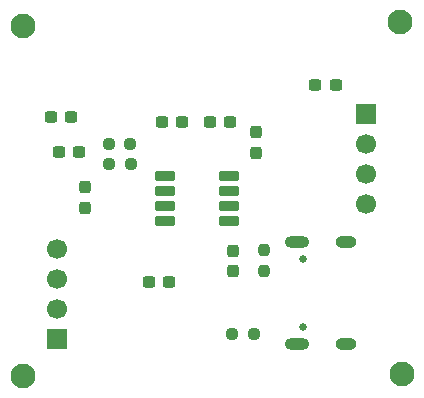
<source format=gbr>
%TF.GenerationSoftware,KiCad,Pcbnew,9.0.7*%
%TF.CreationDate,2026-02-19T19:28:42+05:30*%
%TF.ProjectId,breakout_board,62726561-6b6f-4757-945f-626f6172642e,rev?*%
%TF.SameCoordinates,Original*%
%TF.FileFunction,Soldermask,Top*%
%TF.FilePolarity,Negative*%
%FSLAX46Y46*%
G04 Gerber Fmt 4.6, Leading zero omitted, Abs format (unit mm)*
G04 Created by KiCad (PCBNEW 9.0.7) date 2026-02-19 19:28:42*
%MOMM*%
%LPD*%
G01*
G04 APERTURE LIST*
G04 Aperture macros list*
%AMRoundRect*
0 Rectangle with rounded corners*
0 $1 Rounding radius*
0 $2 $3 $4 $5 $6 $7 $8 $9 X,Y pos of 4 corners*
0 Add a 4 corners polygon primitive as box body*
4,1,4,$2,$3,$4,$5,$6,$7,$8,$9,$2,$3,0*
0 Add four circle primitives for the rounded corners*
1,1,$1+$1,$2,$3*
1,1,$1+$1,$4,$5*
1,1,$1+$1,$6,$7*
1,1,$1+$1,$8,$9*
0 Add four rect primitives between the rounded corners*
20,1,$1+$1,$2,$3,$4,$5,0*
20,1,$1+$1,$4,$5,$6,$7,0*
20,1,$1+$1,$6,$7,$8,$9,0*
20,1,$1+$1,$8,$9,$2,$3,0*%
G04 Aperture macros list end*
%ADD10C,2.100000*%
%ADD11O,2.100000X1.000000*%
%ADD12O,1.800000X1.000000*%
%ADD13C,0.650000*%
%ADD14RoundRect,0.237500X0.300000X0.237500X-0.300000X0.237500X-0.300000X-0.237500X0.300000X-0.237500X0*%
%ADD15RoundRect,0.102000X-0.750000X-0.325000X0.750000X-0.325000X0.750000X0.325000X-0.750000X0.325000X0*%
%ADD16RoundRect,0.237500X0.237500X-0.300000X0.237500X0.300000X-0.237500X0.300000X-0.237500X-0.300000X0*%
%ADD17RoundRect,0.237500X-0.300000X-0.237500X0.300000X-0.237500X0.300000X0.237500X-0.300000X0.237500X0*%
%ADD18RoundRect,0.237500X0.250000X0.237500X-0.250000X0.237500X-0.250000X-0.237500X0.250000X-0.237500X0*%
%ADD19RoundRect,0.237500X-0.250000X-0.237500X0.250000X-0.237500X0.250000X0.237500X-0.250000X0.237500X0*%
%ADD20R,1.700000X1.700000*%
%ADD21C,1.700000*%
%ADD22RoundRect,0.237500X-0.237500X0.300000X-0.237500X-0.300000X0.237500X-0.300000X0.237500X0.300000X0*%
%ADD23RoundRect,0.237500X-0.237500X0.250000X-0.237500X-0.250000X0.237500X-0.250000X0.237500X0.250000X0*%
G04 APERTURE END LIST*
D10*
%TO.C,H1*%
X150368000Y-64236600D03*
%TD*%
%TO.C,H2*%
X150520400Y-94056200D03*
%TD*%
%TO.C,H3*%
X118414800Y-94208600D03*
%TD*%
%TO.C,H4*%
X118440200Y-64566800D03*
%TD*%
D11*
%TO.C,J3*%
X141624200Y-91467400D03*
D12*
X145804200Y-91467400D03*
D11*
X141624200Y-82827400D03*
D12*
X145804200Y-82827400D03*
D13*
X142124200Y-90037400D03*
X142124200Y-84257400D03*
%TD*%
D14*
%TO.C,10u*%
X144931300Y-69545200D03*
X143206300Y-69545200D03*
%TD*%
D15*
%TO.C,AS5600*%
X130472200Y-77266800D03*
X130472200Y-78536800D03*
X130472200Y-79806800D03*
X130472200Y-81076800D03*
X135872200Y-81076800D03*
X135872200Y-79806800D03*
X135872200Y-78536800D03*
X135872200Y-77266800D03*
%TD*%
D16*
%TO.C,DC4*%
X136220200Y-85317500D03*
X136220200Y-83592500D03*
%TD*%
D14*
%TO.C,C7*%
X122528500Y-72288400D03*
X120803500Y-72288400D03*
%TD*%
D17*
%TO.C,22p*%
X121490400Y-75234800D03*
X123215400Y-75234800D03*
%TD*%
%TO.C,C6*%
X130201500Y-72720200D03*
X131926500Y-72720200D03*
%TD*%
D16*
%TO.C,C9*%
X138176000Y-75285600D03*
X138176000Y-73560600D03*
%TD*%
D18*
%TO.C,R2*%
X127582300Y-76225400D03*
X125757300Y-76225400D03*
%TD*%
D19*
%TO.C,R4*%
X136171300Y-90652600D03*
X137996300Y-90652600D03*
%TD*%
%TO.C,4k7*%
X125706500Y-74574400D03*
X127531500Y-74574400D03*
%TD*%
D20*
%TO.C,J1*%
X121335800Y-91059000D03*
D21*
X121335800Y-88519000D03*
X121335800Y-85979000D03*
X121335800Y-83439000D03*
%TD*%
D20*
%TO.C,J2*%
X147523200Y-71983600D03*
D21*
X147523200Y-74523600D03*
X147523200Y-77063600D03*
X147523200Y-79603600D03*
%TD*%
D17*
%TO.C,100n*%
X129134700Y-86258400D03*
X130859700Y-86258400D03*
%TD*%
D14*
%TO.C,DC*%
X136015900Y-72694800D03*
X134290900Y-72694800D03*
%TD*%
D22*
%TO.C,DC*%
X123698000Y-78233100D03*
X123698000Y-79958100D03*
%TD*%
D23*
%TO.C,5k1*%
X138836400Y-83515200D03*
X138836400Y-85340200D03*
%TD*%
M02*

</source>
